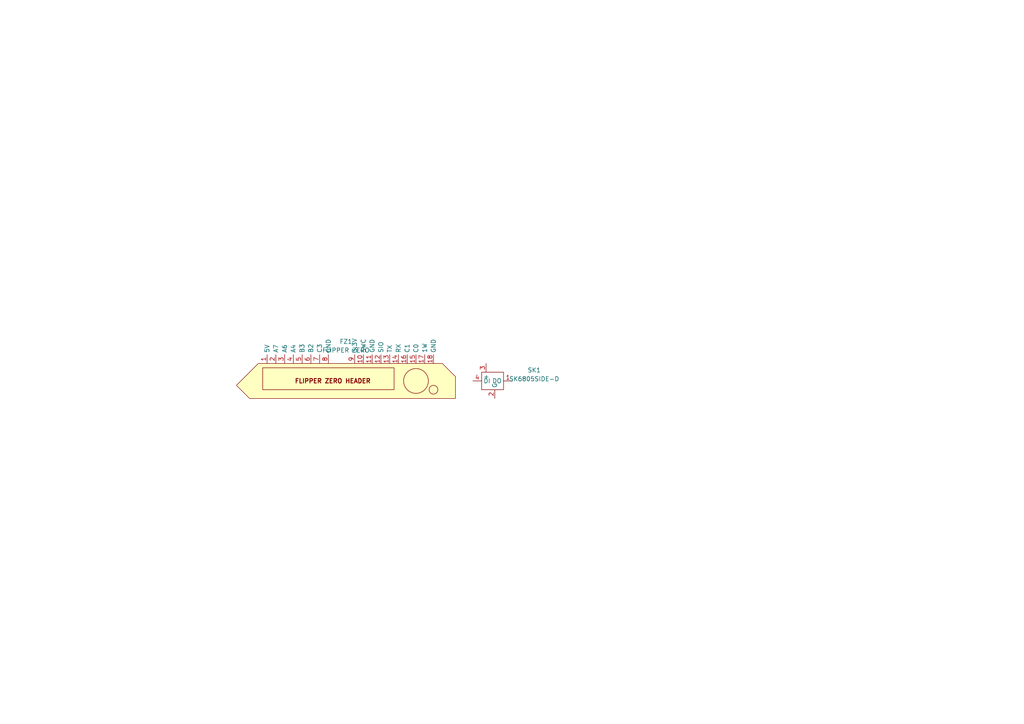
<source format=kicad_sch>
(kicad_sch (version 20230121) (generator eeschema)
  (paper "A4")
  (lib_symbols
    (symbol "CYBERPUNK_COMPANY_LIB:FLIPPER_ZERO_HEADER"
      (property "Reference" "FZ" (at 33.02 2.54 0))
      (property "Value" "FLIPPER ZERO" (at 3.81 -10.16 0))
      (symbol "FLIPPER_ZERO_HEADER_1_1"
        (rectangle (start -22.86 0) (end 15.24 -6.35))
        (polyline (pts (xy -24.13 1.27) (xy -30.48 -5.08) (xy -26.67 -8.89) (xy 33.02 -8.89) (xy 33.02 -2.54) (xy 29.21 1.27) (xy -24.13 1.27)) (fill (type background)))
        (circle (center 21.59 -3.81) (radius 3.5921))
        (circle (center 26.67 -6.35) (radius 1.27))
        (text "FLIPPER ZERO HEADER" (at -2.54 -3.81 0) (effects (font (size 1.27 1.27) bold)))
        (pin output line (at -21.59 1.27 90) (length 2.54) (name "5V") (number "1"))
        (pin bidirectional line (at 6.35 1.27 90) (length 2.54) (name "SWC") (number "10"))
        (pin power_in line (at 8.89 1.27 90) (length 2.54) (name "GND") (number "11"))
        (pin bidirectional line (at 11.43 1.27 90) (length 2.54) (name "SIO") (number "12"))
        (pin output line (at 13.97 1.27 90) (length 2.54) (name "TX") (number "13"))
        (pin input line (at 16.51 1.27 90) (length 2.54) (name "RX") (number "14"))
        (pin bidirectional line (at 21.59 1.27 90) (length 2.54) (name "C0") (number "15"))
        (pin bidirectional line (at 19.05 1.27 90) (length 2.54) (name "C1") (number "16"))
        (pin bidirectional line (at 24.13 1.27 90) (length 2.54) (name "1W") (number "17"))
        (pin power_in line (at 26.67 1.27 90) (length 2.54) (name "GND") (number "18"))
        (pin bidirectional line (at -19.05 1.27 90) (length 2.54) (name "A7") (number "2"))
        (pin bidirectional line (at -16.51 1.27 90) (length 2.54) (name "A6") (number "3"))
        (pin bidirectional line (at -13.97 1.27 90) (length 2.54) (name "A4") (number "4"))
        (pin bidirectional line (at -11.43 1.27 90) (length 2.54) (name "B3") (number "5"))
        (pin bidirectional line (at -8.89 1.27 90) (length 2.54) (name "B2") (number "6"))
        (pin bidirectional line (at -6.35 1.27 90) (length 2.54) (name "C3") (number "7"))
        (pin power_in line (at -3.81 1.27 90) (length 2.54) (name "GND") (number "8"))
        (pin output line (at 3.81 1.27 90) (length 2.54) (name "3.3V") (number "9"))
      )
    )
    (symbol "CYBERPUNK_COMPANY_LIB:SK6805_SIDE_G"
      (property "Reference" "SK" (at 2.54 3.81 0))
      (property "Value" "SK6805SIDE-D" (at 7.62 5.08 0))
      (symbol "SK6805_SIDE_G_0_1"
        (rectangle (start -2.54 2.54) (end 3.81 -2.54))
      )
      (symbol "SK6805_SIDE_G_1_1"
        (pin output line (at 6.35 0 180) (length 2.54) (name "DO") (number "1"))
        (pin power_in line (at 1.27 -5.08 90) (length 2.54) (name "G") (number "2"))
        (pin unspecified line (at -1.27 5.08 270) (length 2.54) (name "+") (number "3"))
        (pin input line (at -5.08 0 0) (length 2.54) (name "DI") (number "4"))
      )
    )
  )
  (symbol (lib_id "CYBERPUNK_COMPANY_LIB:FLIPPER_ZERO_HEADER") (at 99.06 106.68 0) (unit 1)
    (property "Reference" "FZ1" (at 100.33 99.06 0))
    (property "Value" "FLIPPER ZERO" (at 100.33 101.6 0))
    (property "Footprint" "CYBERPUNK_COMPANY_LIB:FLIPPER_ZERO_HEADER" (effects hide))
    (property "Datasheet" "https://github.com/flipperdevices/" (effects hide))
    (property "BY" "https://cyberpunk.company/tixlegeek" (effects hide))
  )
  (symbol (lib_id "CYBERPUNK_COMPANY_LIB:SK6805_SIDE_G") (at 142.24 110.49 0) (unit 1)
    (property "Reference" "SK1" (at 154.94 107.3659 0))
    (property "Value" "SK6805SIDE-D" (at 154.94 109.9059 0))
    (property "Footprint" "CYBERPUNK_COMPANY_LIB:SK6805SIDE-D" (effects hide))
    (property "Datasheet" "http://www.normandled.com/upload/201912/SK6805SIDE-G%203512%20LED%20Datasheet.pdf" (effects hide))
    (property "BY" "https://cyberpunk.company/tixlegeek" (effects hide))
  )
)
</source>
